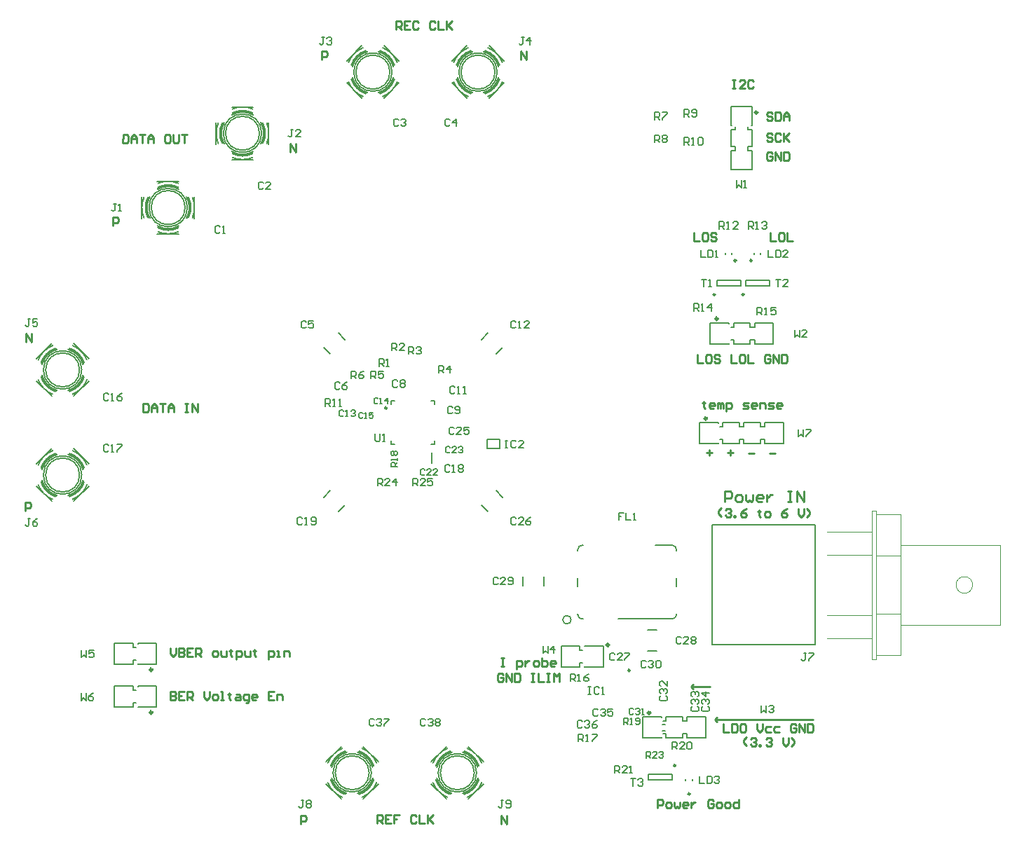
<source format=gto>
G04*
G04 #@! TF.GenerationSoftware,Altium Limited,Altium Designer,24.2.2 (26)*
G04*
G04 Layer_Color=65535*
%FSLAX26Y26*%
%MOIN*%
G70*
G04*
G04 #@! TF.SameCoordinates,46F5A5B2-6880-422F-88BA-D3FAC370E1DB*
G04*
G04*
G04 #@! TF.FilePolarity,Positive*
G04*
G01*
G75*
%ADD10C,0.011811*%
%ADD11C,0.009842*%
%ADD12C,0.011000*%
%ADD13C,0.007874*%
%ADD14C,0.000000*%
%ADD15C,0.006000*%
%ADD16C,0.010000*%
%ADD17C,0.008000*%
%ADD18C,0.007000*%
D10*
X3366414Y1988150D02*
G03*
X3366414Y1988150I-5906J0D01*
G01*
X3418231Y2461732D02*
G03*
X3418231Y2461732I-5906J0D01*
G01*
X3607264Y3442874D02*
G03*
X3607264Y3442874I-5906J0D01*
G01*
X728614Y588820D02*
G03*
X728614Y588820I-5906J0D01*
G01*
X728532Y792436D02*
G03*
X728532Y792436I-5906J0D01*
G01*
X3097026Y587472D02*
G03*
X3097026Y587472I-5906J0D01*
G01*
X2900905Y910000D02*
G03*
X2900905Y910000I-5906J0D01*
G01*
D11*
X3405751Y2576853D02*
G03*
X3405751Y2576853I-4921J0D01*
G01*
X3542761D02*
G03*
X3542761Y2576853I-4921J0D01*
G01*
X3505888Y2738810D02*
G03*
X3505888Y2738810I-4921J0D01*
G01*
X3580416Y2738813D02*
G03*
X3580416Y2738813I-4921J0D01*
G01*
X3217132Y336324D02*
G03*
X3217132Y336324I-4921J0D01*
G01*
X3286453Y201482D02*
G03*
X3286453Y201482I-4921J0D01*
G01*
X3000092Y788876D02*
G03*
X3000092Y788876I-4921J0D01*
G01*
D12*
X1844638Y2037401D02*
G03*
X1844638Y2037401I-5000J0D01*
G01*
X3451021Y1590979D02*
X3451117Y1640963D01*
X3476109Y1640915D01*
X3484424Y1632568D01*
X3484392Y1615907D01*
X3476045Y1607592D01*
X3451053Y1607640D01*
X3509335Y1590867D02*
X3525997Y1590835D01*
X3534343Y1599149D01*
X3534375Y1615811D01*
X3526061Y1624157D01*
X3509399Y1624189D01*
X3501053Y1615875D01*
X3501021Y1599213D01*
X3509335Y1590867D01*
X3551052Y1624110D02*
X3551005Y1599118D01*
X3559319Y1590771D01*
X3567666Y1599085D01*
X3575980Y1590739D01*
X3584327Y1599053D01*
X3584375Y1624045D01*
X3625964Y1590643D02*
X3609303Y1590675D01*
X3600988Y1599022D01*
X3601020Y1615683D01*
X3609367Y1623997D01*
X3626028Y1623966D01*
X3634343Y1615619D01*
X3634327Y1607288D01*
X3601004Y1607352D01*
X3651020Y1623918D02*
X3650956Y1590595D01*
X3650988Y1607256D01*
X3659334Y1615571D01*
X3667681Y1623886D01*
X3676012Y1623870D01*
X3751019Y1640387D02*
X3767681Y1640355D01*
X3759350Y1640371D01*
X3759254Y1590387D01*
X3750923Y1590403D01*
X3767585Y1590371D01*
X3792577Y1590323D02*
X3792672Y1640307D01*
X3825899Y1590259D01*
X3825995Y1640243D01*
D13*
X2720229Y1029820D02*
G03*
X2720229Y1029820I-19685J0D01*
G01*
X2752443Y1053599D02*
G03*
X2772128Y1033914I19685J0D01*
G01*
Y1384307D02*
G03*
X2752443Y1364622I0J-19685D01*
G01*
X3201262Y1033914D02*
G03*
X3220947Y1053599I0J19685D01*
G01*
Y1364622D02*
G03*
X3201262Y1384307I-19685J0D01*
G01*
X1108732Y3229229D02*
G03*
X1206231Y3229229I48750J115102D01*
G01*
X1109034Y3247751D02*
G03*
X1205929Y3247751I48447J96580D01*
G01*
X1108429Y3251137D02*
G03*
X1206534Y3251137I49052J93194D01*
G01*
X1106706Y3257496D02*
G03*
X1208257Y3257496I50776J86835D01*
G01*
X1244317Y3293556D02*
G03*
X1244317Y3395107I-86835J50776D01*
G01*
X1250676Y3295279D02*
G03*
X1250676Y3393383I-93194J49052D01*
G01*
X1254061Y3295884D02*
G03*
X1254061Y3392779I-96580J48447D01*
G01*
X1272583Y3295581D02*
G03*
X1272583Y3393081I-115102J48750D01*
G01*
X1208257Y3431166D02*
G03*
X1106706Y3431166I-50776J-86835D01*
G01*
X1206534Y3437525D02*
G03*
X1108429Y3437525I-49052J-93194D01*
G01*
X1205929Y3440911D02*
G03*
X1109034Y3440911I-48447J-96580D01*
G01*
X1206231Y3459433D02*
G03*
X1108732Y3459433I-48750J-115102D01*
G01*
X1042380Y3393081D02*
G03*
X1042380Y3295581I115102J-48750D01*
G01*
X1060902Y3392779D02*
G03*
X1060902Y3295884I96580J-48447D01*
G01*
X1064288Y3393383D02*
G03*
X1064288Y3295279I93194J-49052D01*
G01*
X1070647Y3395107D02*
G03*
X1070647Y3293556I86835J-50776D01*
G01*
X1248623Y3344331D02*
G03*
X1248623Y3344331I-91142J0D01*
G01*
X1238190D02*
G03*
X1238190Y3344331I-80709J0D01*
G01*
X755178Y2875676D02*
G03*
X852678Y2875676I48750J115102D01*
G01*
X755481Y2894198D02*
G03*
X852376Y2894198I48447J96580D01*
G01*
X754876Y2897584D02*
G03*
X852980Y2897584I49052J93194D01*
G01*
X753153Y2903943D02*
G03*
X854704Y2903943I50776J86835D01*
G01*
X890763Y2940002D02*
G03*
X890763Y3041553I-86835J50776D01*
G01*
X897122Y2941726D02*
G03*
X897122Y3039830I-93194J49052D01*
G01*
X900508Y2942330D02*
G03*
X900508Y3039225I-96580J48447D01*
G01*
X919030Y2942028D02*
G03*
X919030Y3039528I-115102J48750D01*
G01*
X854704Y3077613D02*
G03*
X753153Y3077613I-50776J-86835D01*
G01*
X852980Y3083972D02*
G03*
X754876Y3083972I-49052J-93194D01*
G01*
X852376Y3087358D02*
G03*
X755481Y3087358I-48447J-96580D01*
G01*
X852678Y3105880D02*
G03*
X755178Y3105880I-48750J-115102D01*
G01*
X688826Y3039528D02*
G03*
X688826Y2942028I115102J-48750D01*
G01*
X707348Y3039225D02*
G03*
X707348Y2942330I96580J-48447D01*
G01*
X710734Y3039830D02*
G03*
X710734Y2941726I93194J-49052D01*
G01*
X717093Y3041553D02*
G03*
X717093Y2940002I86835J-50776D01*
G01*
X895070Y2990778D02*
G03*
X895070Y2990778I-91142J0D01*
G01*
X884637D02*
G03*
X884637Y2990778I-80709J0D01*
G01*
X2294994Y348690D02*
G03*
X2226052Y417633I-115861J-46918D01*
G01*
X2281684Y335807D02*
G03*
X2213169Y404322I-102550J-34035D01*
G01*
X2279717Y332985D02*
G03*
X2210347Y402355I-100583J-31213D01*
G01*
X2276439Y327270D02*
G03*
X2204632Y399077I-97305J-25498D01*
G01*
X2153636D02*
G03*
X2081829Y327270I25498J-97305D01*
G01*
X2147921Y402355D02*
G03*
X2078550Y332985I31213J-100583D01*
G01*
X2145099Y404322D02*
G03*
X2076584Y335807I34035J-102550D01*
G01*
X2132216Y417633D02*
G03*
X2063273Y348690I46918J-115861D01*
G01*
X2081829Y276274D02*
G03*
X2153636Y204467I97305J25498D01*
G01*
X2078550Y270559D02*
G03*
X2147921Y201189I100583J31213D01*
G01*
X2076584Y267737D02*
G03*
X2145099Y199222I102550J34035D01*
G01*
X2063273Y254854D02*
G03*
X2132216Y185911I115861J46918D01*
G01*
X2226052D02*
G03*
X2294994Y254854I-46918J115861D01*
G01*
X2213169Y199222D02*
G03*
X2281684Y267737I-34035J102550D01*
G01*
X2210347Y201189D02*
G03*
X2279717Y270559I-31213J100583D01*
G01*
X2204632Y204467D02*
G03*
X2276439Y276274I-25498J97305D01*
G01*
X2270276Y301772D02*
G03*
X2270276Y301772I-91142J0D01*
G01*
X2259843D02*
G03*
X2259843Y301772I-80709J0D01*
G01*
X1726052Y185911D02*
G03*
X1794995Y254854I-46918J115861D01*
G01*
X1713169Y199222D02*
G03*
X1781684Y267737I-34035J102550D01*
G01*
X1710347Y201189D02*
G03*
X1779717Y270559I-31213J100583D01*
G01*
X1704632Y204467D02*
G03*
X1776439Y276274I-25498J97305D01*
G01*
Y327270D02*
G03*
X1704632Y399077I-97305J-25498D01*
G01*
X1779717Y332985D02*
G03*
X1710347Y402355I-100583J-31213D01*
G01*
X1781684Y335807D02*
G03*
X1713169Y404322I-102550J-34035D01*
G01*
X1794995Y348690D02*
G03*
X1726052Y417633I-115861J-46918D01*
G01*
X1653636Y399077D02*
G03*
X1581829Y327270I25498J-97305D01*
G01*
X1647921Y402355D02*
G03*
X1578551Y332985I31213J-100583D01*
G01*
X1645099Y404322D02*
G03*
X1576584Y335807I34035J-102550D01*
G01*
X1632216Y417633D02*
G03*
X1563273Y348690I46918J-115861D01*
G01*
Y254854D02*
G03*
X1632216Y185911I115861J46918D01*
G01*
X1576584Y267737D02*
G03*
X1645099Y199222I102550J34035D01*
G01*
X1578551Y270559D02*
G03*
X1647921Y201189I100583J31213D01*
G01*
X1581829Y276274D02*
G03*
X1653636Y204467I97305J25498D01*
G01*
X1770275Y301772D02*
G03*
X1770275Y301772I-91142J0D01*
G01*
X1759842D02*
G03*
X1759842Y301772I-80709J0D01*
G01*
X382481Y1718504D02*
G03*
X382481Y1718504I-80709J0D01*
G01*
X392914D02*
G03*
X392914Y1718504I-91142J0D01*
G01*
X276274Y1815809D02*
G03*
X204467Y1744002I25498J-97305D01*
G01*
X270559Y1819087D02*
G03*
X201189Y1749717I31213J-100583D01*
G01*
X267737Y1821054D02*
G03*
X199222Y1752539I34035J-102550D01*
G01*
X254854Y1834365D02*
G03*
X185911Y1765422I46918J-115861D01*
G01*
X417633D02*
G03*
X348690Y1834365I-115861J-46918D01*
G01*
X404322Y1752539D02*
G03*
X335807Y1821054I-102550J-34035D01*
G01*
X402355Y1749717D02*
G03*
X332985Y1819087I-100583J-31213D01*
G01*
X399077Y1744002D02*
G03*
X327270Y1815809I-97305J-25498D01*
G01*
X348690Y1602643D02*
G03*
X417633Y1671586I-46918J115861D01*
G01*
X335807Y1615954D02*
G03*
X404322Y1684469I-34035J102550D01*
G01*
X332985Y1617921D02*
G03*
X402355Y1687291I-31213J100583D01*
G01*
X327270Y1621199D02*
G03*
X399077Y1693006I-25498J97305D01*
G01*
X204467D02*
G03*
X276274Y1621199I97305J25498D01*
G01*
X201189Y1687291D02*
G03*
X270559Y1617921I100583J31213D01*
G01*
X199222Y1684469D02*
G03*
X267737Y1615954I102550J34035D01*
G01*
X185911Y1671586D02*
G03*
X254854Y1602643I115861J46918D01*
G01*
X382481Y2218504D02*
G03*
X382481Y2218504I-80709J0D01*
G01*
X392914D02*
G03*
X392914Y2218504I-91142J0D01*
G01*
X399077Y2244002D02*
G03*
X327270Y2315809I-97305J-25498D01*
G01*
X402355Y2249717D02*
G03*
X332985Y2319087I-100583J-31213D01*
G01*
X404322Y2252539D02*
G03*
X335807Y2321054I-102550J-34035D01*
G01*
X417633Y2265422D02*
G03*
X348690Y2334365I-115861J-46918D01*
G01*
Y2102643D02*
G03*
X417633Y2171586I-46918J115861D01*
G01*
X335807Y2115954D02*
G03*
X404322Y2184469I-34035J102550D01*
G01*
X332985Y2117921D02*
G03*
X402355Y2187291I-31213J100583D01*
G01*
X327270Y2121199D02*
G03*
X399077Y2193006I-25498J97305D01*
G01*
X185911Y2171586D02*
G03*
X254854Y2102643I115861J46918D01*
G01*
X199222Y2184469D02*
G03*
X267737Y2115954I102550J34035D01*
G01*
X201189Y2187291D02*
G03*
X270559Y2117921I100583J31213D01*
G01*
X204467Y2193006D02*
G03*
X276274Y2121199I97305J25498D01*
G01*
Y2315809D02*
G03*
X204467Y2244002I25498J-97305D01*
G01*
X270559Y2319087D02*
G03*
X201189Y2249717I31213J-100583D01*
G01*
X267737Y2321054D02*
G03*
X199222Y2252539I34035J-102550D01*
G01*
X254854Y2334365D02*
G03*
X185911Y2265422I46918J-115861D01*
G01*
X1661698Y3588318D02*
G03*
X1730641Y3519375I115861J46918D01*
G01*
X1675009Y3601201D02*
G03*
X1743524Y3532686I102550J34035D01*
G01*
X1676976Y3604023D02*
G03*
X1746346Y3534653I100583J31213D01*
G01*
X1680254Y3609738D02*
G03*
X1752061Y3537931I97305J25498D01*
G01*
X1803057D02*
G03*
X1874864Y3609738I-25498J97305D01*
G01*
X1808772Y3534653D02*
G03*
X1878142Y3604023I-31213J100583D01*
G01*
X1811594Y3532686D02*
G03*
X1880109Y3601201I-34035J102550D01*
G01*
X1824477Y3519375D02*
G03*
X1893420Y3588318I-46918J115861D01*
G01*
X1874864Y3660734D02*
G03*
X1803057Y3732541I-97305J-25498D01*
G01*
X1878142Y3666449D02*
G03*
X1808772Y3735819I-100583J-31213D01*
G01*
X1880109Y3669271D02*
G03*
X1811594Y3737786I-102550J-34035D01*
G01*
X1893420Y3682154D02*
G03*
X1824477Y3751097I-115861J-46918D01*
G01*
X1730641D02*
G03*
X1661698Y3682154I46918J-115861D01*
G01*
X1743524Y3737786D02*
G03*
X1675009Y3669271I34035J-102550D01*
G01*
X1746346Y3735819D02*
G03*
X1676976Y3666449I31213J-100583D01*
G01*
X1752061Y3732541D02*
G03*
X1680254Y3660734I25498J-97305D01*
G01*
X1868701Y3635236D02*
G03*
X1868701Y3635236I-91142J0D01*
G01*
X1858268D02*
G03*
X1858268Y3635236I-80709J0D01*
G01*
X2358268D02*
G03*
X2358268Y3635236I-80709J0D01*
G01*
X2368701D02*
G03*
X2368701Y3635236I-91142J0D01*
G01*
X2374864Y3660734D02*
G03*
X2303057Y3732541I-97305J-25498D01*
G01*
X2378142Y3666449D02*
G03*
X2308772Y3735819I-100583J-31213D01*
G01*
X2380109Y3669271D02*
G03*
X2311594Y3737786I-102550J-34035D01*
G01*
X2393420Y3682154D02*
G03*
X2324477Y3751097I-115861J-46918D01*
G01*
Y3519375D02*
G03*
X2393420Y3588318I-46918J115861D01*
G01*
X2311594Y3532686D02*
G03*
X2380109Y3601201I-34035J102550D01*
G01*
X2308772Y3534653D02*
G03*
X2378142Y3604023I-31213J100583D01*
G01*
X2303057Y3537931D02*
G03*
X2374864Y3609738I-25498J97305D01*
G01*
X2161698Y3588318D02*
G03*
X2230641Y3519375I115861J46918D01*
G01*
X2175009Y3601201D02*
G03*
X2243524Y3532686I102550J34035D01*
G01*
X2176976Y3604023D02*
G03*
X2246346Y3534653I100583J31213D01*
G01*
X2180254Y3609738D02*
G03*
X2252061Y3537931I97305J25498D01*
G01*
Y3732541D02*
G03*
X2180254Y3660734I25498J-97305D01*
G01*
X2246346Y3735819D02*
G03*
X2176976Y3666449I31213J-100583D01*
G01*
X2243524Y3737786D02*
G03*
X2175009Y3669271I34035J-102550D01*
G01*
X2230641Y3751097D02*
G03*
X2161698Y3682154I46918J-115861D01*
G01*
X2320472Y1843347D02*
Y1886653D01*
Y1843347D02*
X2379528D01*
Y1886653D01*
X2320472D02*
X2379528D01*
X3420149Y1868150D02*
Y1870906D01*
X3427753Y1888150D02*
X3440867D01*
X3427753Y1948150D02*
X3440867D01*
X3330508Y1868150D02*
Y1968150D01*
Y1868150D02*
X3420149D01*
Y1965394D02*
Y1968150D01*
X3330508D02*
X3420149D01*
X3640867D02*
X3730509D01*
Y1868150D02*
Y1968150D01*
X3640867Y1868150D02*
X3730509D01*
X3640867D02*
Y1888150D01*
X3620149Y1948150D02*
X3640867D01*
X3520149D02*
X3540867D01*
X3520149Y1888150D02*
X3540867D01*
X3620149D02*
X3640867D01*
X3440867Y1968150D02*
X3520149D01*
Y1948150D02*
Y1968150D01*
X3440867Y1868150D02*
X3520149D01*
X3440867D02*
Y1888150D01*
X3540867Y1968150D02*
X3620149D01*
Y1948150D02*
Y1968150D01*
X3540867Y1868150D02*
X3620149D01*
X3540867D02*
Y1888150D01*
X3440867Y1948150D02*
Y1968150D01*
X3520149Y1868150D02*
Y1888150D01*
X3540867Y1948150D02*
Y1968150D01*
X3640867Y1948150D02*
Y1968150D01*
X3620149Y1868150D02*
Y1888150D01*
X3592687Y2341732D02*
Y2361732D01*
Y2341732D02*
X3682328D01*
X3571969Y2361732D02*
X3592687D01*
X3571969Y2341732D02*
Y2361732D01*
X3492686Y2341732D02*
X3571969D01*
X3492686D02*
Y2361732D01*
X3479570D02*
X3492685D01*
X3382326Y2341732D02*
X3471967D01*
Y2344488D01*
X3682328Y2341732D02*
Y2441732D01*
X3592687D02*
X3682328D01*
X3592687Y2421732D02*
Y2441732D01*
X3571969Y2421732D02*
X3592687D01*
X3571969D02*
Y2441732D01*
X3479570Y2421732D02*
X3492685D01*
X3382326Y2341732D02*
Y2441732D01*
X3471967D01*
X3492686D02*
X3571969D01*
X3492686Y2421732D02*
Y2441732D01*
X3471967Y2438976D02*
Y2441732D01*
X3481359Y3383233D02*
X3484115D01*
X3501359Y3362515D02*
Y3375630D01*
X3561359Y3362515D02*
Y3375630D01*
X3481359Y3472874D02*
X3581359D01*
X3481359Y3383233D02*
Y3472874D01*
X3578603Y3383233D02*
X3581359D01*
Y3472874D01*
X3561359Y3262513D02*
X3581359D01*
X3481359Y3283231D02*
X3501359D01*
X3561359Y3362513D02*
X3581359D01*
X3481359D02*
X3501359D01*
X3481359Y3283231D02*
Y3362513D01*
X3561359Y3283231D02*
X3581359D01*
Y3362513D01*
X3501359Y3262513D02*
Y3283231D01*
X3561359Y3262513D02*
Y3283231D01*
X3481359Y3262513D02*
X3501359D01*
X3481359Y3172872D02*
Y3262513D01*
Y3172872D02*
X3581359D01*
Y3262513D01*
X3412641Y2619176D02*
Y2644767D01*
X3526814D01*
Y2619176D02*
Y2644767D01*
X3412641Y2619176D02*
X3526814D01*
X3549650D02*
Y2644767D01*
X3663824D01*
Y2619176D02*
Y2644767D01*
X3549650Y2619176D02*
X3663824D01*
X3485475Y2768338D02*
Y2774244D01*
X3453979Y2768338D02*
Y2774244D01*
X3622485Y2768338D02*
Y2774244D01*
X3590989Y2768338D02*
Y2774244D01*
X659446Y613623D02*
X749087D01*
X659446D02*
Y616379D01*
Y713623D02*
X749087D01*
Y613623D02*
Y713623D01*
X638728Y633623D02*
X651843D01*
X638728Y693623D02*
X651843D01*
X659446Y710867D02*
Y713623D01*
X638726Y693623D02*
Y713623D01*
Y613623D02*
Y633623D01*
X549085Y613623D02*
X638726D01*
X549085D02*
Y713623D01*
X638726D01*
X659364Y817239D02*
X749005D01*
X659364D02*
Y819995D01*
Y917239D02*
X749005D01*
Y817239D02*
Y917239D01*
X638646Y837239D02*
X651761D01*
X638646Y897239D02*
X651761D01*
X659364Y914483D02*
Y917239D01*
X638644Y897239D02*
Y917239D01*
Y817239D02*
Y837239D01*
X549003Y817239D02*
X638644D01*
X549003D02*
Y917239D01*
X638644D01*
X3271481Y567472D02*
X3361122D01*
Y467472D02*
Y567472D01*
X3271481Y467472D02*
X3361122D01*
X3271481D02*
Y487472D01*
X3250763Y547472D02*
X3271481D01*
X3250763Y487472D02*
X3271481D01*
X3171481Y567472D02*
X3250763D01*
Y547472D02*
Y567472D01*
X3171481Y467472D02*
X3250763D01*
X3171481D02*
Y487472D01*
Y547472D02*
Y567472D01*
X3250763Y467472D02*
Y487472D01*
X3271481Y547472D02*
Y567472D01*
X3061120D02*
X3150761D01*
Y564716D02*
Y567472D01*
X3061120Y467472D02*
X3150761D01*
X3061120D02*
Y567472D01*
X3158365Y547472D02*
X3171479D01*
X3158365Y487472D02*
X3171479D01*
X3150761Y467472D02*
Y470228D01*
X3086226Y268411D02*
Y294002D01*
X3200399D01*
X3086226Y268411D02*
X3200399D01*
Y294002D01*
X3297280Y265458D02*
Y271364D01*
X3265784Y265458D02*
Y271364D01*
X3154427Y502472D02*
X3167813D01*
X3154427Y532472D02*
X3167813D01*
X3085355Y882587D02*
X3128662D01*
X3085355Y981012D02*
X3128662D01*
X2672894Y906497D02*
X2762535D01*
X2672894Y806497D02*
Y906497D01*
Y806497D02*
X2762535D01*
Y826497D01*
Y886497D02*
Y906497D01*
X2783255Y903741D02*
Y906497D01*
X2762537Y886497D02*
X2775652D01*
X2762537Y826497D02*
X2775652D01*
X2872896Y806497D02*
Y906497D01*
X2783255D02*
X2872896D01*
X2783255Y806497D02*
Y809253D01*
Y806497D02*
X2872896D01*
X3220947Y1053599D02*
Y1059504D01*
Y1189425D02*
Y1228796D01*
X3121340Y1384307D02*
X3201262D01*
X2752443Y1358717D02*
Y1364622D01*
Y1189425D02*
Y1228796D01*
X2772128Y1033914D02*
X2778820D01*
X2772128Y1384307D02*
X2778820D01*
X2752443Y1053599D02*
Y1059504D01*
X2944175Y1033914D02*
X3201262D01*
X3220947Y1358717D02*
Y1364622D01*
X2492280Y1191273D02*
Y1234580D01*
X2590705Y1191273D02*
Y1234580D01*
X3389764Y910067D02*
X3880709D01*
X3389764Y1480934D02*
X3880709D01*
X3389764Y910067D02*
Y1480934D01*
X3880709Y910067D02*
Y1480934D01*
X1282482Y3292849D02*
Y3395814D01*
X1032482Y3292849D02*
Y3395814D01*
X1105999Y3469331D02*
X1208964D01*
X1105999Y3219331D02*
X1208964D01*
X928928Y2939296D02*
Y3042260D01*
X678928Y2939296D02*
Y3042260D01*
X752446Y3115778D02*
X855410D01*
X752446Y2865778D02*
X855410D01*
X2054342Y353757D02*
X2127149Y426564D01*
X2231119Y176980D02*
X2303926Y249787D01*
X2054342D02*
X2127149Y176980D01*
X2231119Y426564D02*
X2303926Y353757D01*
X1731119Y426564D02*
X1803926Y353757D01*
X1554342Y249787D02*
X1627149Y176980D01*
X1554342Y353757D02*
X1627149Y426564D01*
X1731119Y176980D02*
X1803926Y249787D01*
X176980Y1666519D02*
X249787Y1593712D01*
X353757Y1843296D02*
X426564Y1770489D01*
X176980D02*
X249787Y1843296D01*
X353757Y1593712D02*
X426564Y1666519D01*
X176980Y2270489D02*
X249787Y2343296D01*
X353757Y2093712D02*
X426564Y2166519D01*
X353757Y2343296D02*
X426564Y2270489D01*
X176980Y2166519D02*
X249787Y2093712D01*
X1829544Y3510444D02*
X1902351Y3583251D01*
X1652767Y3687221D02*
X1725574Y3760028D01*
X1829544D02*
X1902351Y3687221D01*
X1652767Y3583251D02*
X1725574Y3510444D01*
X2152767Y3687221D02*
X2225574Y3760028D01*
X2329544Y3510444D02*
X2402351Y3583251D01*
X2329544Y3760028D02*
X2402351Y3687221D01*
X2152767Y3583251D02*
X2225574Y3510444D01*
X1543469Y2323942D02*
X1574092Y2293319D01*
X1613066Y2393539D02*
X1643689Y2362916D01*
X1543469Y1613066D02*
X1574092Y1643689D01*
X1613066Y1543469D02*
X1643689Y1574092D01*
X2362916Y2293319D02*
X2393539Y2323942D01*
X2293319Y2362916D02*
X2323942Y2393539D01*
X2058609Y1774764D02*
Y1823977D01*
X2293319Y1574092D02*
X2323942Y1543469D01*
X2362916Y1643689D02*
X2393539Y1613066D01*
D14*
X4629922Y1195501D02*
G03*
X4629922Y1195501I-39370J0D01*
G01*
X3937008Y1338653D02*
X4149606D01*
X3937008Y1052348D02*
X4149606D01*
X3937008Y1448060D02*
X4149606D01*
X3937008Y942941D02*
X4149606D01*
X4759843Y1006524D02*
Y1384477D01*
X4287402Y1006524D02*
X4759843D01*
X4287402Y1384477D02*
X4759843D01*
X4149606Y841170D02*
Y1549831D01*
X4169292Y841170D02*
Y1549831D01*
X4149606Y841170D02*
X4169292D01*
X4149606Y1549831D02*
X4169292D01*
Y860855D02*
X4287402D01*
Y1530146D01*
X4169292Y1056886D02*
X4287402D01*
X4169292Y1334115D02*
X4287402D01*
X4169292Y1530146D02*
X4287402D01*
D15*
X2072004Y2055501D02*
Y2072004D01*
X2055501D02*
X2072004D01*
Y1865004D02*
Y1881506D01*
X2055501Y1865004D02*
X2072004D01*
X1865004Y2072004D02*
X1881506D01*
X1865004Y2055501D02*
Y2072004D01*
Y1865004D02*
X1881506D01*
X1865004D02*
Y1881506D01*
X1802288Y2080639D02*
X1797790Y2085137D01*
X1788793D01*
X1784294Y2080639D01*
Y2062645D01*
X1788793Y2058146D01*
X1797790D01*
X1802288Y2062645D01*
X1811285Y2058146D02*
X1820283D01*
X1815784D01*
Y2085137D01*
X1811285Y2080639D01*
X1847274Y2058146D02*
Y2085137D01*
X1833778Y2071642D01*
X1851772D01*
X1729595Y2011583D02*
X1725097Y2016082D01*
X1716099D01*
X1711601Y2011583D01*
Y1993589D01*
X1716099Y1989090D01*
X1725097D01*
X1729595Y1993589D01*
X1738592Y1989090D02*
X1747589D01*
X1743091D01*
Y2016082D01*
X1738592Y2011583D01*
X1779079Y2016082D02*
X1761085D01*
Y2002586D01*
X1770082Y2007085D01*
X1774581D01*
X1779079Y2002586D01*
Y1993589D01*
X1774581Y1989090D01*
X1765583D01*
X1761085Y1993589D01*
D16*
X3405000Y555000D02*
X3870000D01*
X3405000D02*
X3415000Y565000D01*
X3405000Y555000D02*
X3415000Y565000D01*
X3405000Y555000D02*
X3415000Y545000D01*
X3290000Y710000D02*
X3300000Y700000D01*
X3290000Y710000D02*
X3300000Y720000D01*
X3290000Y710000D02*
X3300000Y720000D01*
X3290000Y710000D02*
X3380000D01*
X3351664Y2066652D02*
Y2059987D01*
X3345000D01*
X3358329D01*
X3351664D01*
Y2039994D01*
X3358329Y2033329D01*
X3398316D02*
X3384987D01*
X3378323Y2039994D01*
Y2053323D01*
X3384987Y2059987D01*
X3398316D01*
X3404981Y2053323D01*
Y2046658D01*
X3378323D01*
X3418310Y2033329D02*
Y2059987D01*
X3424974D01*
X3431639Y2053323D01*
Y2033329D01*
Y2053323D01*
X3438303Y2059987D01*
X3444968Y2053323D01*
Y2033329D01*
X3458297Y2020000D02*
Y2059987D01*
X3478290D01*
X3484955Y2053323D01*
Y2039994D01*
X3478290Y2033329D01*
X3458297D01*
X3538271D02*
X3558265D01*
X3564929Y2039994D01*
X3558265Y2046658D01*
X3544936D01*
X3538271Y2053323D01*
X3544936Y2059987D01*
X3564929D01*
X3598252Y2033329D02*
X3584923D01*
X3578258Y2039994D01*
Y2053323D01*
X3584923Y2059987D01*
X3598252D01*
X3604916Y2053323D01*
Y2046658D01*
X3578258D01*
X3618245Y2033329D02*
Y2059987D01*
X3638239D01*
X3644903Y2053323D01*
Y2033329D01*
X3658232D02*
X3678226D01*
X3684890Y2039994D01*
X3678226Y2046658D01*
X3664897D01*
X3658232Y2053323D01*
X3664897Y2059987D01*
X3684890D01*
X3718213Y2033329D02*
X3704884D01*
X3698219Y2039994D01*
Y2053323D01*
X3704884Y2059987D01*
X3718213D01*
X3724877Y2053323D01*
Y2046658D01*
X3698219D01*
X3665000Y1820000D02*
X3691658D01*
X3565000D02*
X3591658D01*
X3465000Y1823329D02*
X3491658D01*
X3478329Y1836658D02*
Y1810000D01*
X3365000Y1823329D02*
X3391658D01*
X3378329Y1836658D02*
Y1810000D01*
X3302934Y2869965D02*
Y2829978D01*
X3329592D01*
X3362914Y2869965D02*
X3349585D01*
X3342921Y2863300D01*
Y2836642D01*
X3349585Y2829978D01*
X3362914D01*
X3369579Y2836642D01*
Y2863300D01*
X3362914Y2869965D01*
X3409566Y2863300D02*
X3402901Y2869965D01*
X3389572D01*
X3382908Y2863300D01*
Y2856636D01*
X3389572Y2849971D01*
X3402901D01*
X3409566Y2843307D01*
Y2836642D01*
X3402901Y2829978D01*
X3389572D01*
X3382908Y2836642D01*
X3669089Y2870723D02*
Y2830736D01*
X3695747D01*
X3729070Y2870723D02*
X3715741D01*
X3709076Y2864058D01*
Y2837400D01*
X3715741Y2830736D01*
X3729070D01*
X3735734Y2837400D01*
Y2864058D01*
X3729070Y2870723D01*
X3749063D02*
Y2830736D01*
X3775721D01*
X3676658Y3247023D02*
X3669994Y3253688D01*
X3656664D01*
X3650000Y3247023D01*
Y3220365D01*
X3656664Y3213701D01*
X3669994D01*
X3676658Y3220365D01*
Y3233694D01*
X3663329D01*
X3689987Y3213701D02*
Y3253688D01*
X3716645Y3213701D01*
Y3253688D01*
X3729974D02*
Y3213701D01*
X3749968D01*
X3756632Y3220365D01*
Y3247023D01*
X3749968Y3253688D01*
X3729974D01*
X3488888Y3599436D02*
X3502216Y3599410D01*
X3495552Y3599423D01*
X3495475Y3559436D01*
X3488811Y3559449D01*
X3502140Y3559423D01*
X3548791Y3559334D02*
X3522133Y3559385D01*
X3548843Y3585992D01*
X3548855Y3592656D01*
X3542204Y3599334D01*
X3528875Y3599359D01*
X3522197Y3592707D01*
X3588842Y3592579D02*
X3582191Y3599257D01*
X3568862Y3599282D01*
X3562184Y3592631D01*
X3562133Y3565973D01*
X3568785Y3559295D01*
X3582114Y3559270D01*
X3588791Y3565921D01*
X3676658Y3337023D02*
X3669994Y3343688D01*
X3656664D01*
X3650000Y3337023D01*
Y3330359D01*
X3656664Y3323694D01*
X3669994D01*
X3676658Y3317030D01*
Y3310365D01*
X3669994Y3303701D01*
X3656664D01*
X3650000Y3310365D01*
X3716645Y3337023D02*
X3709981Y3343688D01*
X3696652D01*
X3689987Y3337023D01*
Y3310365D01*
X3696652Y3303701D01*
X3709981D01*
X3716645Y3310365D01*
X3729974Y3343688D02*
Y3303701D01*
Y3317030D01*
X3756632Y3343688D01*
X3736639Y3323694D01*
X3756632Y3303701D01*
X3320369Y2293061D02*
Y2253074D01*
X3347027D01*
X3380350Y2293061D02*
X3367021D01*
X3360356Y2286397D01*
Y2259738D01*
X3367021Y2253074D01*
X3380350D01*
X3387015Y2259738D01*
Y2286397D01*
X3380350Y2293061D01*
X3427002Y2286397D02*
X3420337Y2293061D01*
X3407008D01*
X3400344Y2286397D01*
Y2279732D01*
X3407008Y2273068D01*
X3420337D01*
X3427002Y2266403D01*
Y2259738D01*
X3420337Y2253074D01*
X3407008D01*
X3400344Y2259738D01*
X3480318Y2293061D02*
Y2253074D01*
X3506976D01*
X3540298Y2293061D02*
X3526969D01*
X3520305Y2286397D01*
Y2259738D01*
X3526969Y2253074D01*
X3540298D01*
X3546963Y2259738D01*
Y2286397D01*
X3540298Y2293061D01*
X3560292D02*
Y2253074D01*
X3586950D01*
X3666924Y2286397D02*
X3660260Y2293061D01*
X3646931D01*
X3640266Y2286397D01*
Y2259738D01*
X3646931Y2253074D01*
X3660260D01*
X3666924Y2259738D01*
Y2273068D01*
X3653595D01*
X3680253Y2253074D02*
Y2293061D01*
X3706911Y2253074D01*
Y2293061D01*
X3720240D02*
Y2253074D01*
X3740234D01*
X3746898Y2259738D01*
Y2286397D01*
X3740234Y2293061D01*
X3720240D01*
X3676658Y3437023D02*
X3669994Y3443688D01*
X3656664D01*
X3650000Y3437023D01*
Y3430359D01*
X3656664Y3423694D01*
X3669994D01*
X3676658Y3417030D01*
Y3410365D01*
X3669994Y3403701D01*
X3656664D01*
X3650000Y3410365D01*
X3689987Y3443688D02*
Y3403701D01*
X3709981D01*
X3716645Y3410365D01*
Y3437023D01*
X3709981Y3443688D01*
X3689987D01*
X3729974Y3403701D02*
Y3430359D01*
X3743303Y3443688D01*
X3756632Y3430359D01*
Y3403701D01*
Y3423694D01*
X3729974D01*
X127049Y2352290D02*
Y2392277D01*
X153707Y2352290D01*
Y2392277D01*
X125822Y1547462D02*
Y1587449D01*
X145815D01*
X152480Y1580784D01*
Y1567455D01*
X145815Y1560791D01*
X125822D01*
X540494Y2904355D02*
Y2944342D01*
X560488D01*
X567152Y2937677D01*
Y2924348D01*
X560488Y2917684D01*
X540494D01*
X1382897Y3255795D02*
Y3295782D01*
X1409555Y3255795D01*
Y3295782D01*
X1532950Y3695424D02*
Y3735411D01*
X1552944D01*
X1559608Y3728746D01*
Y3715417D01*
X1552944Y3708753D01*
X1532950D01*
X2481970Y3695424D02*
Y3735411D01*
X2508628Y3695424D01*
Y3735411D01*
X2386030Y58983D02*
Y98970D01*
X2412688Y58983D01*
Y98970D01*
X1435313Y58983D02*
Y98970D01*
X1455307D01*
X1461972Y92305D01*
Y78976D01*
X1455307Y72312D01*
X1435313D01*
X2398838Y766904D02*
X2392173Y773569D01*
X2378845D01*
X2372180Y766904D01*
Y740246D01*
X2378845Y733582D01*
X2392173D01*
X2398838Y740246D01*
Y753575D01*
X2385509D01*
X2412167Y733582D02*
Y773569D01*
X2438825Y733582D01*
Y773569D01*
X2452154D02*
Y733582D01*
X2472148D01*
X2478812Y740246D01*
Y766904D01*
X2472148Y773569D01*
X2452154D01*
X2532128D02*
X2545457D01*
X2538793D01*
Y733582D01*
X2532128D01*
X2545457D01*
X2565451Y773569D02*
Y733582D01*
X2592109D01*
X2605438Y773569D02*
X2618767D01*
X2612103D01*
Y733582D01*
X2605438D01*
X2618767D01*
X2638761D02*
Y773569D01*
X2652090Y760240D01*
X2665419Y773569D01*
Y733582D01*
X3553348Y429955D02*
X3540045Y443310D01*
X3540070Y456639D01*
X3553425Y469942D01*
X3573406Y463239D02*
X3580083Y469891D01*
X3593412Y469865D01*
X3600064Y463188D01*
X3600051Y456524D01*
X3593374Y449872D01*
X3586709Y449885D01*
X3593374Y449872D01*
X3600025Y443195D01*
X3600012Y436530D01*
X3593335Y429878D01*
X3580006Y429904D01*
X3573354Y436581D01*
X3613329Y429840D02*
X3613341Y436505D01*
X3620006Y436492D01*
X3619993Y429827D01*
X3613329Y429840D01*
X3646715Y463099D02*
X3653392Y469750D01*
X3666721Y469725D01*
X3673373Y463048D01*
X3673360Y456383D01*
X3666683Y449731D01*
X3660019Y449744D01*
X3666683Y449731D01*
X3673335Y443054D01*
X3673322Y436389D01*
X3666645Y429738D01*
X3653316Y429763D01*
X3646664Y436441D01*
X3726702Y469610D02*
X3726651Y442952D01*
X3739954Y429597D01*
X3753309Y442900D01*
X3753360Y469558D01*
X3766612Y429546D02*
X3779967Y442849D01*
X3779992Y456178D01*
X3766689Y469533D01*
X3433348Y1519955D02*
X3420045Y1533310D01*
X3420070Y1546639D01*
X3433425Y1559942D01*
X3453406Y1553239D02*
X3460083Y1559891D01*
X3473412Y1559866D01*
X3480064Y1553188D01*
X3480051Y1546524D01*
X3473374Y1539872D01*
X3466709Y1539885D01*
X3473374Y1539872D01*
X3480025Y1533195D01*
X3480012Y1526530D01*
X3473335Y1519879D01*
X3460006Y1519904D01*
X3453354Y1526581D01*
X3493329Y1519840D02*
X3493342Y1526505D01*
X3500006Y1526492D01*
X3499993Y1519827D01*
X3493329Y1519840D01*
X3553386Y1559712D02*
X3540044Y1553073D01*
X3526690Y1539770D01*
X3526664Y1526441D01*
X3533316Y1519763D01*
X3546645Y1519738D01*
X3553322Y1526389D01*
X3553335Y1533054D01*
X3546683Y1539731D01*
X3526690Y1539770D01*
X3613354Y1552932D02*
X3613341Y1546268D01*
X3606677Y1546281D01*
X3620006Y1546255D01*
X3613341Y1546268D01*
X3613303Y1526274D01*
X3619954Y1519597D01*
X3646612Y1519546D02*
X3659941Y1519520D01*
X3666619Y1526172D01*
X3666644Y1539501D01*
X3659992Y1546178D01*
X3646664Y1546204D01*
X3639986Y1539552D01*
X3639961Y1526223D01*
X3646612Y1519546D01*
X3746657Y1559341D02*
X3733315Y1552702D01*
X3719960Y1539399D01*
X3719935Y1526070D01*
X3726586Y1519392D01*
X3739915Y1519367D01*
X3746593Y1526018D01*
X3746606Y1532683D01*
X3739954Y1539360D01*
X3719960Y1539399D01*
X3799973Y1559239D02*
X3799922Y1532581D01*
X3813225Y1519226D01*
X3826579Y1532529D01*
X3826631Y1559188D01*
X3839883Y1519175D02*
X3853238Y1532478D01*
X3853263Y1545807D01*
X3839960Y1559162D01*
X683970Y2059734D02*
X683893Y2019747D01*
X703887Y2019709D01*
X710564Y2026361D01*
X710615Y2053019D01*
X703963Y2059696D01*
X683970Y2059734D01*
X723880Y2019671D02*
X723932Y2046329D01*
X737286Y2059632D01*
X750589Y2046277D01*
X750538Y2019620D01*
X750577Y2039613D01*
X723919Y2039664D01*
X763944Y2059581D02*
X790602Y2059530D01*
X777273Y2059555D01*
X777196Y2019568D01*
X803854Y2019517D02*
X803905Y2046175D01*
X817260Y2059479D01*
X830563Y2046124D01*
X830512Y2019466D01*
X830551Y2039459D01*
X803893Y2039511D01*
X883905Y2059351D02*
X897234Y2059325D01*
X890570Y2059338D01*
X890493Y2019351D01*
X883828Y2019364D01*
X897157Y2019338D01*
X917151Y2019300D02*
X917228Y2059287D01*
X943809Y2019248D01*
X943886Y2059235D01*
X589221Y3339361D02*
X589144Y3299374D01*
X609137Y3299336D01*
X615815Y3305988D01*
X615866Y3332646D01*
X609214Y3339323D01*
X589221Y3339361D01*
X629131Y3299298D02*
X629182Y3325956D01*
X642537Y3339259D01*
X655840Y3325904D01*
X655789Y3299247D01*
X655827Y3319240D01*
X629169Y3319291D01*
X669195Y3339208D02*
X695853Y3339157D01*
X682524Y3339182D01*
X682447Y3299195D01*
X709105Y3299144D02*
X709156Y3325802D01*
X722511Y3339106D01*
X735814Y3325751D01*
X735763Y3299093D01*
X735801Y3319086D01*
X709143Y3319138D01*
X809149Y3338939D02*
X795820Y3338965D01*
X789143Y3332313D01*
X789092Y3305655D01*
X795744Y3298978D01*
X809072Y3298952D01*
X815750Y3305604D01*
X815801Y3332262D01*
X809149Y3338939D01*
X829143Y3338901D02*
X829079Y3305578D01*
X835731Y3298901D01*
X849059Y3298876D01*
X855737Y3305527D01*
X855801Y3338850D01*
X869130Y3338824D02*
X895788Y3338773D01*
X882459Y3338799D01*
X882382Y3298811D01*
X1886989Y3837496D02*
X1887066Y3877483D01*
X1907060Y3877445D01*
X1913711Y3870767D01*
X1913686Y3857438D01*
X1907008Y3850787D01*
X1887015Y3850825D01*
X1900344Y3850799D02*
X1913647Y3837445D01*
X1953711Y3877355D02*
X1927053Y3877406D01*
X1926976Y3837419D01*
X1953634Y3837368D01*
X1927015Y3857413D02*
X1940344Y3857387D01*
X1993685Y3870614D02*
X1987034Y3877291D01*
X1973705Y3877317D01*
X1967027Y3870665D01*
X1966976Y3844007D01*
X1973628Y3837330D01*
X1986957Y3837304D01*
X1993634Y3843956D01*
X2073659Y3870460D02*
X2067008Y3877138D01*
X2053679Y3877163D01*
X2047002Y3870512D01*
X2046950Y3843854D01*
X2053602Y3837176D01*
X2066931Y3837151D01*
X2073608Y3843802D01*
X2087001Y3877099D02*
X2086925Y3837112D01*
X2113582Y3837061D01*
X2126988Y3877023D02*
X2126912Y3837035D01*
X2126937Y3850364D01*
X2153646Y3876971D01*
X2133614Y3857016D01*
X2153570Y3836984D01*
X1797218Y60954D02*
Y100941D01*
X1817211D01*
X1823876Y94277D01*
Y80948D01*
X1817211Y74283D01*
X1797218D01*
X1810547D02*
X1823876Y60954D01*
X1863863Y100941D02*
X1837205D01*
Y60954D01*
X1863863D01*
X1837205Y80948D02*
X1850534D01*
X1903850Y100941D02*
X1877192D01*
Y80948D01*
X1890521D01*
X1877192D01*
Y60954D01*
X1983824Y94277D02*
X1977160Y100941D01*
X1963831D01*
X1957166Y94277D01*
Y67619D01*
X1963831Y60954D01*
X1977160D01*
X1983824Y67619D01*
X1997153Y100941D02*
Y60954D01*
X2023812D01*
X2037141Y100941D02*
Y60954D01*
Y74283D01*
X2063799Y100941D01*
X2043805Y80948D01*
X2063799Y60954D01*
X3132499Y136198D02*
Y176185D01*
X3152493D01*
X3159157Y169521D01*
Y156192D01*
X3152493Y149527D01*
X3132499D01*
X3179151Y136198D02*
X3192480D01*
X3199144Y142863D01*
Y156192D01*
X3192480Y162856D01*
X3179151D01*
X3172486Y156192D01*
Y142863D01*
X3179151Y136198D01*
X3212474Y162856D02*
Y142863D01*
X3219138Y136198D01*
X3225803Y142863D01*
X3232467Y136198D01*
X3239132Y142863D01*
Y162856D01*
X3272454Y136198D02*
X3259125D01*
X3252461Y142863D01*
Y156192D01*
X3259125Y162856D01*
X3272454D01*
X3279119Y156192D01*
Y149527D01*
X3252461D01*
X3292448Y162856D02*
Y136198D01*
Y149527D01*
X3299112Y156192D01*
X3305777Y162856D01*
X3312441D01*
X3399080Y169521D02*
X3392416Y176185D01*
X3379086D01*
X3372422Y169521D01*
Y142863D01*
X3379086Y136198D01*
X3392416D01*
X3399080Y142863D01*
Y156192D01*
X3385751D01*
X3419074Y136198D02*
X3432403D01*
X3439067Y142863D01*
Y156192D01*
X3432403Y162856D01*
X3419074D01*
X3412409Y156192D01*
Y142863D01*
X3419074Y136198D01*
X3459061D02*
X3472390D01*
X3479054Y142863D01*
Y156192D01*
X3472390Y162856D01*
X3459061D01*
X3452396Y156192D01*
Y142863D01*
X3459061Y136198D01*
X3519041Y176185D02*
Y136198D01*
X3499048D01*
X3492383Y142863D01*
Y156192D01*
X3499048Y162856D01*
X3519041D01*
X3444170Y534238D02*
Y494251D01*
X3470828D01*
X3484157Y534238D02*
Y494251D01*
X3504150D01*
X3510815Y500916D01*
Y527574D01*
X3504150Y534238D01*
X3484157D01*
X3544137D02*
X3530808D01*
X3524144Y527574D01*
Y500916D01*
X3530808Y494251D01*
X3544137D01*
X3550802Y500916D01*
Y527574D01*
X3544137Y534238D01*
X3604118D02*
Y507580D01*
X3617447Y494251D01*
X3630776Y507580D01*
Y534238D01*
X3670763Y520909D02*
X3650770D01*
X3644105Y514245D01*
Y500916D01*
X3650770Y494251D01*
X3670763D01*
X3710750Y520909D02*
X3690757D01*
X3684092Y514245D01*
Y500916D01*
X3690757Y494251D01*
X3710750D01*
X3790724Y527574D02*
X3784060Y534238D01*
X3770731D01*
X3764066Y527574D01*
Y500916D01*
X3770731Y494251D01*
X3784060D01*
X3790724Y500916D01*
Y514245D01*
X3777395D01*
X3804053Y494251D02*
Y534238D01*
X3830711Y494251D01*
Y534238D01*
X3844041D02*
Y494251D01*
X3864034D01*
X3870699Y500916D01*
Y527574D01*
X3864034Y534238D01*
X3844041D01*
X2387299Y847373D02*
X2400628D01*
X2393963D01*
Y807386D01*
X2387299D01*
X2400628D01*
X2460609Y794057D02*
Y834044D01*
X2480602D01*
X2487267Y827380D01*
Y814051D01*
X2480602Y807386D01*
X2460609D01*
X2500596Y834044D02*
Y807386D01*
Y820715D01*
X2507260Y827380D01*
X2513925Y834044D01*
X2520589D01*
X2547247Y807386D02*
X2560576D01*
X2567241Y814051D01*
Y827380D01*
X2560576Y834044D01*
X2547247D01*
X2540583Y827380D01*
Y814051D01*
X2547247Y807386D01*
X2580570Y847373D02*
Y807386D01*
X2600564D01*
X2607228Y814051D01*
Y820715D01*
Y827380D01*
X2600564Y834044D01*
X2580570D01*
X2640551Y807386D02*
X2627222D01*
X2620557Y814051D01*
Y827380D01*
X2627222Y834044D01*
X2640551D01*
X2647215Y827380D01*
Y820715D01*
X2620557D01*
X814481Y688921D02*
Y648934D01*
X834474D01*
X841139Y655599D01*
Y662263D01*
X834474Y668928D01*
X814481D01*
X834474D01*
X841139Y675592D01*
Y682257D01*
X834474Y688921D01*
X814481D01*
X881126D02*
X854468D01*
Y648934D01*
X881126D01*
X854468Y668928D02*
X867797D01*
X894455Y648934D02*
Y688921D01*
X914448D01*
X921113Y682257D01*
Y668928D01*
X914448Y662263D01*
X894455D01*
X907784D02*
X921113Y648934D01*
X974429Y688921D02*
Y662263D01*
X987758Y648934D01*
X1001087Y662263D01*
Y688921D01*
X1021081Y648934D02*
X1034410D01*
X1041074Y655599D01*
Y668928D01*
X1034410Y675592D01*
X1021081D01*
X1014416Y668928D01*
Y655599D01*
X1021081Y648934D01*
X1054403D02*
X1067732D01*
X1061068D01*
Y688921D01*
X1054403D01*
X1094390Y682257D02*
Y675592D01*
X1087726D01*
X1101055D01*
X1094390D01*
Y655599D01*
X1101055Y648934D01*
X1127713Y675592D02*
X1141042D01*
X1147707Y668928D01*
Y648934D01*
X1127713D01*
X1121049Y655599D01*
X1127713Y662263D01*
X1147707D01*
X1174365Y635605D02*
X1181029D01*
X1187694Y642270D01*
Y675592D01*
X1167700D01*
X1161036Y668928D01*
Y655599D01*
X1167700Y648934D01*
X1187694D01*
X1221016D02*
X1207687D01*
X1201023Y655599D01*
Y668928D01*
X1207687Y675592D01*
X1221016D01*
X1227681Y668928D01*
Y662263D01*
X1201023D01*
X1307655Y688921D02*
X1280997D01*
Y648934D01*
X1307655D01*
X1280997Y668928D02*
X1294326D01*
X1320984Y648934D02*
Y675592D01*
X1340978D01*
X1347642Y668928D01*
Y648934D01*
X813234Y894665D02*
Y868007D01*
X826563Y854678D01*
X839892Y868007D01*
Y894665D01*
X853221D02*
Y854678D01*
X873214D01*
X879879Y861343D01*
Y868007D01*
X873214Y874672D01*
X853221D01*
X873214D01*
X879879Y881336D01*
Y888001D01*
X873214Y894665D01*
X853221D01*
X919866D02*
X893208D01*
Y854678D01*
X919866D01*
X893208Y874672D02*
X906537D01*
X933195Y854678D02*
Y894665D01*
X953189D01*
X959853Y888001D01*
Y874672D01*
X953189Y868007D01*
X933195D01*
X946524D02*
X959853Y854678D01*
X1019834D02*
X1033163D01*
X1039827Y861343D01*
Y874672D01*
X1033163Y881336D01*
X1019834D01*
X1013169Y874672D01*
Y861343D01*
X1019834Y854678D01*
X1053156Y881336D02*
Y861343D01*
X1059821Y854678D01*
X1079814D01*
Y881336D01*
X1099808Y888001D02*
Y881336D01*
X1093143D01*
X1106473D01*
X1099808D01*
Y861343D01*
X1106473Y854678D01*
X1126466Y841349D02*
Y881336D01*
X1146460D01*
X1153124Y874672D01*
Y861343D01*
X1146460Y854678D01*
X1126466D01*
X1166453Y881336D02*
Y861343D01*
X1173118Y854678D01*
X1193111D01*
Y881336D01*
X1213105Y888001D02*
Y881336D01*
X1206440D01*
X1219769D01*
X1213105D01*
Y861343D01*
X1219769Y854678D01*
X1279750Y841349D02*
Y881336D01*
X1299744D01*
X1306408Y874672D01*
Y861343D01*
X1299744Y854678D01*
X1279750D01*
X1319737D02*
X1333066D01*
X1326402D01*
Y881336D01*
X1319737D01*
X1353060Y854678D02*
Y881336D01*
X1373053D01*
X1379718Y874672D01*
Y854678D01*
D17*
X3801351Y1935644D02*
Y1900655D01*
X3813014Y1912318D01*
X3824677Y1900655D01*
Y1935644D01*
X3836340D02*
X3859666D01*
Y1929812D01*
X3836340Y1906487D01*
Y1900655D01*
X2406264Y1882494D02*
X2417927D01*
X2412096D01*
Y1847506D01*
X2406264D01*
X2417927D01*
X2458747Y1876663D02*
X2452916Y1882494D01*
X2441253D01*
X2435421Y1876663D01*
Y1853337D01*
X2441253Y1847506D01*
X2452916D01*
X2458747Y1853337D01*
X2493736Y1847506D02*
X2470410D01*
X2493736Y1870832D01*
Y1876663D01*
X2487904Y1882494D01*
X2476242D01*
X2470410Y1876663D01*
X1968394Y1667284D02*
Y1702272D01*
X1985889D01*
X1991720Y1696441D01*
Y1684778D01*
X1985889Y1678947D01*
X1968394D01*
X1980057D02*
X1991720Y1667284D01*
X2026709D02*
X2003383D01*
X2026709Y1690609D01*
Y1696441D01*
X2020877Y1702272D01*
X2009214D01*
X2003383Y1696441D01*
X2061698Y1702272D02*
X2038372D01*
Y1684778D01*
X2050035Y1690609D01*
X2055866D01*
X2061698Y1684778D01*
Y1673115D01*
X2055866Y1667284D01*
X2044203D01*
X2038372Y1673115D01*
X1800137Y1666621D02*
Y1701610D01*
X1817631D01*
X1823462Y1695778D01*
Y1684115D01*
X1817631Y1678284D01*
X1800137D01*
X1811800D02*
X1823462Y1666621D01*
X1858451D02*
X1835125D01*
X1858451Y1689947D01*
Y1695778D01*
X1852620Y1701610D01*
X1840957D01*
X1835125Y1695778D01*
X1887608Y1666621D02*
Y1701610D01*
X1870114Y1684115D01*
X1893440D01*
X3625843Y622494D02*
Y587506D01*
X3637506Y599169D01*
X3649169Y587506D01*
Y622494D01*
X3660831Y616663D02*
X3666663Y622494D01*
X3678326D01*
X3684157Y616663D01*
Y610832D01*
X3678326Y605000D01*
X3672494D01*
X3678326D01*
X3684157Y599169D01*
Y593337D01*
X3678326Y587506D01*
X3666663D01*
X3660831Y593337D01*
X2091156Y2203789D02*
Y2238778D01*
X2108650D01*
X2114482Y2232946D01*
Y2221283D01*
X2108650Y2215452D01*
X2091156D01*
X2102819D02*
X2114482Y2203789D01*
X2143639D02*
Y2238778D01*
X2126145Y2221283D01*
X2149470D01*
X1948055Y2293924D02*
Y2328912D01*
X1965550D01*
X1971381Y2323081D01*
Y2311418D01*
X1965550Y2305587D01*
X1948055D01*
X1959718D02*
X1971381Y2293924D01*
X1983044Y2323081D02*
X1988875Y2328912D01*
X2000538D01*
X2006370Y2323081D01*
Y2317249D01*
X2000538Y2311418D01*
X1994707D01*
X2000538D01*
X2006370Y2305587D01*
Y2299755D01*
X2000538Y2293924D01*
X1988875D01*
X1983044Y2299755D01*
X1867633Y2310651D02*
Y2345640D01*
X1885128D01*
X1890959Y2339808D01*
Y2328145D01*
X1885128Y2322314D01*
X1867633D01*
X1879296D02*
X1890959Y2310651D01*
X1925948D02*
X1902622D01*
X1925948Y2333977D01*
Y2339808D01*
X1920117Y2345640D01*
X1908454D01*
X1902622Y2339808D01*
X1806433Y2235097D02*
Y2270086D01*
X1823927D01*
X1829758Y2264254D01*
Y2252591D01*
X1823927Y2246760D01*
X1806433D01*
X1818095D02*
X1829758Y2235097D01*
X1841421D02*
X1853084D01*
X1847253D01*
Y2270086D01*
X1841421Y2264254D01*
X2848602Y600229D02*
X2842771Y606060D01*
X2831108D01*
X2825277Y600229D01*
Y576903D01*
X2831108Y571071D01*
X2842771D01*
X2848602Y576903D01*
X2860265Y600229D02*
X2866097Y606060D01*
X2877760D01*
X2883591Y600229D01*
Y594397D01*
X2877760Y588566D01*
X2871928D01*
X2877760D01*
X2883591Y582734D01*
Y576903D01*
X2877760Y571071D01*
X2866097D01*
X2860265Y576903D01*
X2918580Y606060D02*
X2895254D01*
Y588566D01*
X2906917Y594397D01*
X2912748D01*
X2918580Y588566D01*
Y576903D01*
X2912748Y571071D01*
X2901085D01*
X2895254Y576903D01*
X2156340Y2039222D02*
X2150509Y2045053D01*
X2138846D01*
X2133015Y2039222D01*
Y2015896D01*
X2138846Y2010065D01*
X2150509D01*
X2156340Y2015896D01*
X2168003D02*
X2173835Y2010065D01*
X2185497D01*
X2191329Y2015896D01*
Y2039222D01*
X2185497Y2045053D01*
X2173835D01*
X2168003Y2039222D01*
Y2033390D01*
X2173835Y2027559D01*
X2191329D01*
X1895805Y2165385D02*
X1889973Y2171216D01*
X1878310D01*
X1872479Y2165385D01*
Y2142059D01*
X1878310Y2136227D01*
X1889973D01*
X1895805Y2142059D01*
X1907468Y2165385D02*
X1913299Y2171216D01*
X1924962D01*
X1930793Y2165385D01*
Y2159553D01*
X1924962Y2153722D01*
X1930793Y2147890D01*
Y2142059D01*
X1924962Y2136227D01*
X1913299D01*
X1907468Y2142059D01*
Y2147890D01*
X1913299Y2153722D01*
X1907468Y2159553D01*
Y2165385D01*
X1913299Y2153722D02*
X1924962D01*
X390314Y681117D02*
Y646129D01*
X401977Y657792D01*
X413640Y646129D01*
Y681117D01*
X448628D02*
X436966Y675286D01*
X425303Y663623D01*
Y651960D01*
X431134Y646129D01*
X442797D01*
X448628Y651960D01*
Y657792D01*
X442797Y663623D01*
X425303D01*
X391103Y885480D02*
Y850491D01*
X402766Y862154D01*
X414429Y850491D01*
Y885480D01*
X449417D02*
X426091D01*
Y867986D01*
X437754Y873817D01*
X443586D01*
X449417Y867986D01*
Y856323D01*
X443586Y850491D01*
X431923D01*
X426091Y856323D01*
X2586718Y904965D02*
Y869976D01*
X2598381Y881639D01*
X2610043Y869976D01*
Y904965D01*
X2639201Y869976D02*
Y904965D01*
X2621706Y887470D01*
X2645032D01*
X3782784Y2409227D02*
Y2374238D01*
X3794447Y2385901D01*
X3806110Y2374238D01*
Y2409227D01*
X3841098Y2374238D02*
X3817773D01*
X3841098Y2397564D01*
Y2403395D01*
X3835267Y2409227D01*
X3823604D01*
X3817773Y2403395D01*
X3506674Y3121195D02*
Y3086206D01*
X3518337Y3097869D01*
X3530000Y3086206D01*
Y3121195D01*
X3541663Y3086206D02*
X3553326D01*
X3547494D01*
Y3121195D01*
X3541663Y3115364D01*
X1789185Y1914247D02*
Y1885090D01*
X1795017Y1879259D01*
X1806679D01*
X1812511Y1885090D01*
Y1914247D01*
X1824174Y1879259D02*
X1835837D01*
X1830005D01*
Y1914247D01*
X1824174Y1908416D01*
X3003952Y274564D02*
X3027278D01*
X3015615D01*
Y239575D01*
X3038941Y268732D02*
X3044773Y274564D01*
X3056435D01*
X3062267Y268732D01*
Y262901D01*
X3056435Y257069D01*
X3050604D01*
X3056435D01*
X3062267Y251238D01*
Y245406D01*
X3056435Y239575D01*
X3044773D01*
X3038941Y245406D01*
X3694167Y2649186D02*
X3717493D01*
X3705830D01*
Y2614198D01*
X3752481D02*
X3729155D01*
X3752481Y2637523D01*
Y2643355D01*
X3746650Y2649186D01*
X3734987D01*
X3729155Y2643355D01*
X3340011Y2649186D02*
X3363337D01*
X3351674D01*
Y2614198D01*
X3375000D02*
X3386663D01*
X3380831D01*
Y2649186D01*
X3375000Y2643355D01*
X2928022Y300337D02*
Y335325D01*
X2945517D01*
X2951348Y329494D01*
Y317831D01*
X2945517Y312000D01*
X2928022D01*
X2939685D02*
X2951348Y300337D01*
X2986337D02*
X2963011D01*
X2986337Y323663D01*
Y329494D01*
X2980505Y335325D01*
X2968842D01*
X2963011Y329494D01*
X2998000Y300337D02*
X3009663D01*
X3003831D01*
Y335325D01*
X2998000Y329494D01*
X3200918Y413598D02*
Y448587D01*
X3218412D01*
X3224244Y442756D01*
Y431093D01*
X3218412Y425261D01*
X3200918D01*
X3212581D02*
X3224244Y413598D01*
X3259233D02*
X3235907D01*
X3259233Y436924D01*
Y442756D01*
X3253401Y448587D01*
X3241738D01*
X3235907Y442756D01*
X3270896D02*
X3276727Y448587D01*
X3288390D01*
X3294221Y442756D01*
Y419430D01*
X3288390Y413598D01*
X3276727D01*
X3270896Y419430D01*
Y442756D01*
X2755415Y450658D02*
Y485647D01*
X2772910D01*
X2778741Y479815D01*
Y468152D01*
X2772910Y462321D01*
X2755415D01*
X2767078D02*
X2778741Y450658D01*
X2790404D02*
X2802067D01*
X2796235D01*
Y485647D01*
X2790404Y479815D01*
X2819561Y485647D02*
X2842887D01*
Y479815D01*
X2819561Y456490D01*
Y450658D01*
X2716192Y737220D02*
Y772209D01*
X2733686D01*
X2739518Y766378D01*
Y754715D01*
X2733686Y748883D01*
X2716192D01*
X2727855D02*
X2739518Y737220D01*
X2751181D02*
X2762843D01*
X2757012D01*
Y772209D01*
X2751181Y766378D01*
X2803664Y772209D02*
X2792001Y766378D01*
X2780338Y754715D01*
Y743052D01*
X2786169Y737220D01*
X2797832D01*
X2803664Y743052D01*
Y748883D01*
X2797832Y754715D01*
X2780338D01*
X3605182Y2480374D02*
Y2515362D01*
X3622676D01*
X3628508Y2509531D01*
Y2497868D01*
X3622676Y2492036D01*
X3605182D01*
X3616845D02*
X3628508Y2480374D01*
X3640171D02*
X3651833D01*
X3646002D01*
Y2515362D01*
X3640171Y2509531D01*
X3692653Y2515362D02*
X3669328D01*
Y2497868D01*
X3680991Y2503699D01*
X3686822D01*
X3692653Y2497868D01*
Y2486205D01*
X3686822Y2480374D01*
X3675159D01*
X3669328Y2486205D01*
X3304345Y2498573D02*
Y2533562D01*
X3321840D01*
X3327671Y2527731D01*
Y2516068D01*
X3321840Y2510236D01*
X3304345D01*
X3316008D02*
X3327671Y2498573D01*
X3339334D02*
X3350997D01*
X3345165D01*
Y2533562D01*
X3339334Y2527731D01*
X3385985Y2498573D02*
Y2533562D01*
X3368491Y2516068D01*
X3391817D01*
X3563161Y2888537D02*
Y2923526D01*
X3580655D01*
X3586487Y2917694D01*
Y2906031D01*
X3580655Y2900200D01*
X3563161D01*
X3574824D02*
X3586487Y2888537D01*
X3598150D02*
X3609813D01*
X3603981D01*
Y2923526D01*
X3598150Y2917694D01*
X3627307D02*
X3633138Y2923526D01*
X3644801D01*
X3650633Y2917694D01*
Y2911863D01*
X3644801Y2906031D01*
X3638970D01*
X3644801D01*
X3650633Y2900200D01*
Y2894369D01*
X3644801Y2888537D01*
X3633138D01*
X3627307Y2894369D01*
X3425857Y2888537D02*
Y2923526D01*
X3443352D01*
X3449183Y2917694D01*
Y2906031D01*
X3443352Y2900200D01*
X3425857D01*
X3437520D02*
X3449183Y2888537D01*
X3460846D02*
X3472509D01*
X3466677D01*
Y2923526D01*
X3460846Y2917694D01*
X3513329Y2888537D02*
X3490003D01*
X3513329Y2911863D01*
Y2917694D01*
X3507498Y2923526D01*
X3495835D01*
X3490003Y2917694D01*
X1552533Y2045331D02*
Y2080320D01*
X1570027D01*
X1575858Y2074488D01*
Y2062825D01*
X1570027Y2056994D01*
X1552533D01*
X1564195D02*
X1575858Y2045331D01*
X1587521D02*
X1599184D01*
X1593353D01*
Y2080320D01*
X1587521Y2074488D01*
X1616678Y2045331D02*
X1628341D01*
X1622510D01*
Y2080320D01*
X1616678Y2074488D01*
X3259161Y3289019D02*
Y3324007D01*
X3276655D01*
X3282487Y3318176D01*
Y3306513D01*
X3276655Y3300681D01*
X3259161D01*
X3270824D02*
X3282487Y3289019D01*
X3294149D02*
X3305812D01*
X3299981D01*
Y3324007D01*
X3294149Y3318176D01*
X3323307D02*
X3329138Y3324007D01*
X3340801D01*
X3346633Y3318176D01*
Y3294850D01*
X3340801Y3289019D01*
X3329138D01*
X3323307Y3294850D01*
Y3318176D01*
X3259162Y3422741D02*
Y3457730D01*
X3276656D01*
X3282488Y3451898D01*
Y3440236D01*
X3276656Y3434404D01*
X3259162D01*
X3270825D02*
X3282488Y3422741D01*
X3294151Y3428573D02*
X3299982Y3422741D01*
X3311645D01*
X3317476Y3428573D01*
Y3451898D01*
X3311645Y3457730D01*
X3299982D01*
X3294151Y3451898D01*
Y3446067D01*
X3299982Y3440236D01*
X3317476D01*
X3118150Y3301354D02*
Y3336342D01*
X3135644D01*
X3141476Y3330511D01*
Y3318848D01*
X3135644Y3313016D01*
X3118150D01*
X3129813D02*
X3141476Y3301354D01*
X3153139Y3330511D02*
X3158970Y3336342D01*
X3170633D01*
X3176465Y3330511D01*
Y3324679D01*
X3170633Y3318848D01*
X3176465Y3313016D01*
Y3307185D01*
X3170633Y3301354D01*
X3158970D01*
X3153139Y3307185D01*
Y3313016D01*
X3158970Y3318848D01*
X3153139Y3324679D01*
Y3330511D01*
X3158970Y3318848D02*
X3170633D01*
X3118430Y3409565D02*
Y3444554D01*
X3135925D01*
X3141756Y3438722D01*
Y3427060D01*
X3135925Y3421228D01*
X3118430D01*
X3130093D02*
X3141756Y3409565D01*
X3153419Y3444554D02*
X3176745D01*
Y3438722D01*
X3153419Y3415397D01*
Y3409565D01*
X1674604Y2177479D02*
Y2212467D01*
X1692098D01*
X1697930Y2206636D01*
Y2194973D01*
X1692098Y2189142D01*
X1674604D01*
X1686267D02*
X1697930Y2177479D01*
X1732918Y2212467D02*
X1721255Y2206636D01*
X1709592Y2194973D01*
Y2183310D01*
X1715424Y2177479D01*
X1727087D01*
X1732918Y2183310D01*
Y2189142D01*
X1727087Y2194973D01*
X1709592D01*
X1768543Y2177806D02*
Y2212795D01*
X1786037D01*
X1791868Y2206963D01*
Y2195300D01*
X1786037Y2189469D01*
X1768543D01*
X1780206D02*
X1791868Y2177806D01*
X1826857Y2212795D02*
X1803531D01*
Y2195300D01*
X1815194Y2201132D01*
X1821026D01*
X1826857Y2195300D01*
Y2183637D01*
X1821026Y2177806D01*
X1809363D01*
X1803531Y2183637D01*
X3332011Y285961D02*
Y250972D01*
X3355337D01*
X3367000Y285961D02*
Y250972D01*
X3384494D01*
X3390326Y256803D01*
Y280129D01*
X3384494Y285961D01*
X3367000D01*
X3401989Y280129D02*
X3407820Y285961D01*
X3419483D01*
X3425314Y280129D01*
Y274298D01*
X3419483Y268466D01*
X3413651D01*
X3419483D01*
X3425314Y262635D01*
Y256803D01*
X3419483Y250972D01*
X3407820D01*
X3401989Y256803D01*
X3658472Y2788899D02*
Y2753910D01*
X3681798D01*
X3693461Y2788899D02*
Y2753910D01*
X3710955D01*
X3716787Y2759742D01*
Y2783067D01*
X3710955Y2788899D01*
X3693461D01*
X3751776Y2753910D02*
X3728450D01*
X3751776Y2777236D01*
Y2783067D01*
X3745944Y2788899D01*
X3734281D01*
X3728450Y2783067D01*
X3336702Y2788899D02*
Y2753910D01*
X3360028D01*
X3371691Y2788899D02*
Y2753910D01*
X3389185D01*
X3395017Y2759742D01*
Y2783067D01*
X3389185Y2788899D01*
X3371691D01*
X3406680Y2753910D02*
X3418343D01*
X3412511D01*
Y2788899D01*
X3406680Y2783067D01*
X2397781Y170885D02*
X2386118D01*
X2391949D01*
Y141728D01*
X2386118Y135897D01*
X2380286D01*
X2374455Y141728D01*
X2409444D02*
X2415275Y135897D01*
X2426938D01*
X2432769Y141728D01*
Y165054D01*
X2426938Y170885D01*
X2415275D01*
X2409444Y165054D01*
Y159222D01*
X2415275Y153391D01*
X2432769D01*
X1448824Y170885D02*
X1437161D01*
X1442993D01*
Y141728D01*
X1437161Y135897D01*
X1431330D01*
X1425498Y141728D01*
X1460487Y165054D02*
X1466318Y170885D01*
X1477981D01*
X1483813Y165054D01*
Y159222D01*
X1477981Y153391D01*
X1483813Y147559D01*
Y141728D01*
X1477981Y135897D01*
X1466318D01*
X1460487Y141728D01*
Y147559D01*
X1466318Y153391D01*
X1460487Y159222D01*
Y165054D01*
X1466318Y153391D02*
X1477981D01*
X3838466Y870990D02*
X3826803D01*
X3832634D01*
Y841832D01*
X3826803Y836001D01*
X3820971D01*
X3815140Y841832D01*
X3850129Y870990D02*
X3873454D01*
Y865158D01*
X3850129Y841832D01*
Y836001D01*
X147559Y1511520D02*
X135897D01*
X141728D01*
Y1482363D01*
X135897Y1476531D01*
X130065D01*
X124234Y1482363D01*
X182548Y1511520D02*
X170885Y1505688D01*
X159222Y1494025D01*
Y1482363D01*
X165054Y1476531D01*
X176717D01*
X182548Y1482363D01*
Y1488194D01*
X176717Y1494025D01*
X159222D01*
X147559Y2460477D02*
X135897D01*
X141728D01*
Y2431319D01*
X135897Y2425488D01*
X130065D01*
X124234Y2431319D01*
X182548Y2460477D02*
X159222D01*
Y2442982D01*
X170885Y2448814D01*
X176717D01*
X182548Y2442982D01*
Y2431319D01*
X176717Y2425488D01*
X165054D01*
X159222Y2431319D01*
X2496206Y3801111D02*
X2484543D01*
X2490374D01*
Y3771954D01*
X2484543Y3766123D01*
X2478712D01*
X2472880Y3771954D01*
X2525363Y3766123D02*
Y3801111D01*
X2507869Y3783617D01*
X2531195D01*
X1547249Y3801111D02*
X1535586D01*
X1541418D01*
Y3771954D01*
X1535586Y3766123D01*
X1529755D01*
X1523923Y3771954D01*
X1558912Y3795280D02*
X1564744Y3801111D01*
X1576406D01*
X1582238Y3795280D01*
Y3789448D01*
X1576406Y3783617D01*
X1570575D01*
X1576406D01*
X1582238Y3777786D01*
Y3771954D01*
X1576406Y3766123D01*
X1564744D01*
X1558912Y3771954D01*
X1398086Y3361826D02*
X1386423D01*
X1392254D01*
Y3332668D01*
X1386423Y3326837D01*
X1380591D01*
X1374760Y3332668D01*
X1433074Y3326837D02*
X1409748D01*
X1433074Y3350163D01*
Y3355994D01*
X1427243Y3361826D01*
X1415580D01*
X1409748Y3355994D01*
X557493Y3008272D02*
X545830D01*
X551661D01*
Y2979115D01*
X545830Y2973284D01*
X539998D01*
X534167Y2979115D01*
X569156Y2973284D02*
X580819D01*
X574987D01*
Y3008272D01*
X569156Y3002441D01*
X2802328Y710947D02*
X2813991D01*
X2808160D01*
Y675958D01*
X2802328D01*
X2813991D01*
X2854811Y705115D02*
X2848980Y710947D01*
X2837317D01*
X2831485Y705115D01*
Y681789D01*
X2837317Y675958D01*
X2848980D01*
X2854811Y681789D01*
X2866474Y675958D02*
X2878137D01*
X2872305D01*
Y710947D01*
X2866474Y705115D01*
X2969271Y1538692D02*
X2945945D01*
Y1521198D01*
X2957608D01*
X2945945D01*
Y1503704D01*
X2980934Y1538692D02*
Y1503704D01*
X3004260D01*
X3015923D02*
X3027586D01*
X3021754D01*
Y1538692D01*
X3015923Y1532861D01*
X2027722Y553449D02*
X2021893Y559283D01*
X2010230Y559289D01*
X2004396Y553460D01*
X2004385Y530134D01*
X2010214Y524300D01*
X2021877Y524295D01*
X2027711Y530124D01*
X2039384Y553444D02*
X2045218Y559273D01*
X2056881Y559268D01*
X2062710Y553433D01*
X2062708Y547602D01*
X2056874Y541773D01*
X2051042Y541776D01*
X2056874Y541773D01*
X2062702Y535939D01*
X2062700Y530108D01*
X2056866Y524279D01*
X2045203Y524284D01*
X2039374Y530118D01*
X2074373Y553428D02*
X2080207Y559257D01*
X2091870Y559252D01*
X2097699Y553418D01*
X2097696Y547586D01*
X2091862Y541758D01*
X2097691Y535923D01*
X2097688Y530092D01*
X2091854Y524263D01*
X2080191Y524269D01*
X2074363Y530102D01*
X2074365Y535934D01*
X2080199Y541763D01*
X2074370Y547597D01*
X2074373Y553428D01*
X2080199Y541763D02*
X2091862Y541758D01*
X1783902Y553443D02*
X1778072Y559276D01*
X1766409Y559278D01*
X1760576Y553448D01*
X1760572Y530122D01*
X1766402Y524289D01*
X1778065Y524287D01*
X1783898Y530117D01*
X1795565Y553441D02*
X1801397Y559271D01*
X1813060Y559269D01*
X1818891Y553436D01*
X1818890Y547605D01*
X1813057Y541775D01*
X1807226Y541776D01*
X1813057Y541775D01*
X1818887Y535942D01*
X1818886Y530111D01*
X1813054Y524280D01*
X1801391Y524283D01*
X1795560Y530115D01*
X1830555Y559266D02*
X1853880Y559261D01*
X1853879Y553430D01*
X1830549Y530108D01*
X1830548Y524277D01*
X2772738Y544212D02*
X2766906Y550044D01*
X2755243D01*
X2749412Y544212D01*
Y520886D01*
X2755243Y515055D01*
X2766906D01*
X2772738Y520886D01*
X2784401Y544212D02*
X2790232Y550044D01*
X2801895D01*
X2807727Y544212D01*
Y538381D01*
X2801895Y532549D01*
X2796064D01*
X2801895D01*
X2807727Y526718D01*
Y520886D01*
X2801895Y515055D01*
X2790232D01*
X2784401Y520886D01*
X2842715Y550044D02*
X2831052Y544212D01*
X2819389Y532549D01*
Y520886D01*
X2825221Y515055D01*
X2836884D01*
X2842715Y520886D01*
Y526718D01*
X2836884Y532549D01*
X2819389D01*
X3348337Y616674D02*
X3342506Y610843D01*
Y599180D01*
X3348337Y593348D01*
X3371663D01*
X3377494Y599180D01*
Y610843D01*
X3371663Y616674D01*
X3348337Y628337D02*
X3342506Y634169D01*
Y645832D01*
X3348337Y651663D01*
X3354168D01*
X3360000Y645832D01*
Y640000D01*
Y645832D01*
X3365831Y651663D01*
X3371663D01*
X3377494Y645832D01*
Y634169D01*
X3371663Y628337D01*
X3377494Y680820D02*
X3342506D01*
X3360000Y663326D01*
Y686652D01*
X3298337Y616674D02*
X3292506Y610843D01*
Y599180D01*
X3298337Y593348D01*
X3321663D01*
X3327494Y599180D01*
Y610843D01*
X3321663Y616674D01*
X3298337Y628337D02*
X3292506Y634168D01*
Y645831D01*
X3298337Y651663D01*
X3304169D01*
X3310000Y645831D01*
Y640000D01*
Y645831D01*
X3315831Y651663D01*
X3321663D01*
X3327494Y645831D01*
Y634168D01*
X3321663Y628337D01*
X3298337Y663326D02*
X3292506Y669157D01*
Y680820D01*
X3298337Y686652D01*
X3304169D01*
X3310000Y680820D01*
Y674989D01*
Y680820D01*
X3315831Y686652D01*
X3321663D01*
X3327494Y680820D01*
Y669157D01*
X3321663Y663326D01*
X3148337Y666674D02*
X3142506Y660843D01*
Y649180D01*
X3148337Y643348D01*
X3171663D01*
X3177494Y649180D01*
Y660843D01*
X3171663Y666674D01*
X3148337Y678337D02*
X3142506Y684169D01*
Y695832D01*
X3148337Y701663D01*
X3154168D01*
X3160000Y695832D01*
Y690000D01*
Y695832D01*
X3165831Y701663D01*
X3171663D01*
X3177494Y695832D01*
Y684169D01*
X3171663Y678337D01*
X3177494Y736652D02*
Y713326D01*
X3154168Y736652D01*
X3148337D01*
X3142506Y730820D01*
Y719157D01*
X3148337Y713326D01*
X3076348Y830344D02*
X3070516Y836176D01*
X3058853D01*
X3053022Y830344D01*
Y807018D01*
X3058853Y801187D01*
X3070516D01*
X3076348Y807018D01*
X3088010Y830344D02*
X3093842Y836176D01*
X3105505D01*
X3111336Y830344D01*
Y824513D01*
X3105505Y818681D01*
X3099673D01*
X3105505D01*
X3111336Y812850D01*
Y807018D01*
X3105505Y801187D01*
X3093842D01*
X3088010Y807018D01*
X3122999Y830344D02*
X3128831Y836176D01*
X3140494D01*
X3146325Y830344D01*
Y807018D01*
X3140494Y801187D01*
X3128831D01*
X3122999Y807018D01*
Y830344D01*
X2372923Y1226263D02*
X2367092Y1232094D01*
X2355429D01*
X2349597Y1226263D01*
Y1202937D01*
X2355429Y1197105D01*
X2367092D01*
X2372923Y1202937D01*
X2407912Y1197105D02*
X2384586D01*
X2407912Y1220431D01*
Y1226263D01*
X2402080Y1232094D01*
X2390418D01*
X2384586Y1226263D01*
X2419575Y1202937D02*
X2425406Y1197105D01*
X2437069D01*
X2442901Y1202937D01*
Y1226263D01*
X2437069Y1232094D01*
X2425406D01*
X2419575Y1226263D01*
Y1220431D01*
X2425406Y1214600D01*
X2442901D01*
X3243848Y943420D02*
X3238017Y949251D01*
X3226354D01*
X3220522Y943420D01*
Y920094D01*
X3226354Y914263D01*
X3238017D01*
X3243848Y920094D01*
X3278837Y914263D02*
X3255511D01*
X3278837Y937589D01*
Y943420D01*
X3273005Y949251D01*
X3261342D01*
X3255511Y943420D01*
X3290500D02*
X3296331Y949251D01*
X3307994D01*
X3313825Y943420D01*
Y937589D01*
X3307994Y931757D01*
X3313825Y925926D01*
Y920094D01*
X3307994Y914263D01*
X3296331D01*
X3290500Y920094D01*
Y925926D01*
X3296331Y931757D01*
X3290500Y937589D01*
Y943420D01*
X3296331Y931757D02*
X3307994D01*
X2928701Y866317D02*
X2922869Y872149D01*
X2911206D01*
X2905375Y866317D01*
Y842992D01*
X2911206Y837160D01*
X2922869D01*
X2928701Y842992D01*
X2963689Y837160D02*
X2940363D01*
X2963689Y860486D01*
Y866317D01*
X2957858Y872149D01*
X2946195D01*
X2940363Y866317D01*
X2975352Y872149D02*
X2998678D01*
Y866317D01*
X2975352Y842992D01*
Y837160D01*
X2458979Y1510790D02*
X2453150Y1516624D01*
X2441487Y1516628D01*
X2435653Y1510799D01*
X2435644Y1487473D01*
X2441473Y1481639D01*
X2453136Y1481635D01*
X2458970Y1487464D01*
X2493956Y1481619D02*
X2470631Y1481628D01*
X2493965Y1504945D01*
X2493968Y1510776D01*
X2488138Y1516610D01*
X2476476Y1516615D01*
X2470642Y1510785D01*
X2528959Y1516594D02*
X2517293Y1510767D01*
X2505626Y1499109D01*
X2505622Y1487446D01*
X2511451Y1481612D01*
X2523114Y1481608D01*
X2528947Y1487437D01*
X2528950Y1493269D01*
X2523120Y1499102D01*
X2505626Y1499109D01*
X2163751Y1940142D02*
X2157920Y1945974D01*
X2146257D01*
X2140426Y1940142D01*
Y1916817D01*
X2146257Y1910985D01*
X2157920D01*
X2163751Y1916817D01*
X2198740Y1910985D02*
X2175414D01*
X2198740Y1934311D01*
Y1940142D01*
X2192909Y1945974D01*
X2181246D01*
X2175414Y1940142D01*
X2233729Y1945974D02*
X2210403D01*
Y1928480D01*
X2222066Y1934311D01*
X2227897D01*
X2233729Y1928480D01*
Y1916817D01*
X2227897Y1910985D01*
X2216234D01*
X2210403Y1916817D01*
X1441842Y1510780D02*
X1436011Y1516612D01*
X1424348D01*
X1418516Y1510780D01*
Y1487455D01*
X1424348Y1481623D01*
X1436011D01*
X1441842Y1487455D01*
X1453505Y1481623D02*
X1465168D01*
X1459336D01*
Y1516612D01*
X1453505Y1510780D01*
X1482662Y1487455D02*
X1488494Y1481623D01*
X1500157D01*
X1505988Y1487455D01*
Y1510780D01*
X1500157Y1516612D01*
X1488494D01*
X1482662Y1510780D01*
Y1504949D01*
X1488494Y1499118D01*
X1505988D01*
X2143680Y1760862D02*
X2137849Y1766693D01*
X2126186D01*
X2120354Y1760862D01*
Y1737536D01*
X2126186Y1731705D01*
X2137849D01*
X2143680Y1737536D01*
X2155343Y1731705D02*
X2167006D01*
X2161174D01*
Y1766693D01*
X2155343Y1760862D01*
X2184500D02*
X2190331Y1766693D01*
X2201994D01*
X2207826Y1760862D01*
Y1755031D01*
X2201994Y1749199D01*
X2207826Y1743368D01*
Y1737536D01*
X2201994Y1731705D01*
X2190331D01*
X2184500Y1737536D01*
Y1743368D01*
X2190331Y1749199D01*
X2184500Y1755031D01*
Y1760862D01*
X2190331Y1749199D02*
X2201994D01*
X521366Y1858258D02*
X515534Y1864090D01*
X503872D01*
X498040Y1858258D01*
Y1834933D01*
X503872Y1829101D01*
X515534D01*
X521366Y1834933D01*
X533029Y1829101D02*
X544692D01*
X538860D01*
Y1864090D01*
X533029Y1858258D01*
X562186Y1864090D02*
X585512D01*
Y1858258D01*
X562186Y1834933D01*
Y1829101D01*
X521366Y2102075D02*
X515534Y2107907D01*
X503872D01*
X498040Y2102075D01*
Y2078749D01*
X503872Y2072918D01*
X515534D01*
X521366Y2078749D01*
X533029Y2072918D02*
X544692D01*
X538860D01*
Y2107907D01*
X533029Y2102075D01*
X585512Y2107907D02*
X573849Y2102075D01*
X562186Y2090412D01*
Y2078749D01*
X568017Y2072918D01*
X579680D01*
X585512Y2078749D01*
Y2084581D01*
X579680Y2090412D01*
X562186D01*
X2457661Y2445823D02*
X2451829Y2451654D01*
X2440166D01*
X2434335Y2445823D01*
Y2422497D01*
X2440166Y2416666D01*
X2451829D01*
X2457661Y2422497D01*
X2469324Y2416666D02*
X2480987D01*
X2475155D01*
Y2451654D01*
X2469324Y2445823D01*
X2521807Y2416666D02*
X2498481D01*
X2521807Y2439992D01*
Y2445823D01*
X2515975Y2451654D01*
X2504312D01*
X2498481Y2445823D01*
X2168083Y2134746D02*
X2162252Y2140578D01*
X2150589D01*
X2144757Y2134746D01*
Y2111420D01*
X2150589Y2105589D01*
X2162252D01*
X2168083Y2111420D01*
X2179746Y2105589D02*
X2191409D01*
X2185577D01*
Y2140578D01*
X2179746Y2134746D01*
X2208903Y2105589D02*
X2220566D01*
X2214735D01*
Y2140578D01*
X2208903Y2134746D01*
X1620291Y2155563D02*
X1614460Y2161394D01*
X1602797D01*
X1596965Y2155563D01*
Y2132237D01*
X1602797Y2126406D01*
X1614460D01*
X1620291Y2132237D01*
X1655280Y2161394D02*
X1643617Y2155563D01*
X1631954Y2143900D01*
Y2132237D01*
X1637785Y2126406D01*
X1649448D01*
X1655280Y2132237D01*
Y2138069D01*
X1649448Y2143900D01*
X1631954D01*
X1460464Y2445823D02*
X1454633Y2451654D01*
X1442970D01*
X1437138Y2445823D01*
Y2422497D01*
X1442970Y2416666D01*
X1454633D01*
X1460464Y2422497D01*
X1495453Y2451654D02*
X1472127D01*
Y2434160D01*
X1483790Y2439991D01*
X1489621D01*
X1495453Y2434160D01*
Y2422497D01*
X1489621Y2416666D01*
X1477958D01*
X1472127Y2422497D01*
X2143667Y3406911D02*
X2137852Y3412758D01*
X2126189Y3412789D01*
X2120342Y3406974D01*
X2120279Y3383648D01*
X2126094Y3377801D01*
X2137757Y3377769D01*
X2143604Y3383585D01*
X2172746Y3377675D02*
X2172840Y3412663D01*
X2155299Y3395216D01*
X2178624Y3395153D01*
X1899864Y3406917D02*
X1894054Y3412771D01*
X1882392Y3412815D01*
X1876538Y3407006D01*
X1876449Y3383680D01*
X1882259Y3377826D01*
X1893921Y3377782D01*
X1899775Y3383591D01*
X1911526Y3406872D02*
X1917380Y3412682D01*
X1929043Y3412637D01*
X1934852Y3406784D01*
X1934830Y3400952D01*
X1928976Y3395143D01*
X1923145Y3395165D01*
X1928976Y3395143D01*
X1934786Y3389290D01*
X1934764Y3383458D01*
X1928910Y3377649D01*
X1917247Y3377693D01*
X1911438Y3383547D01*
X1256295Y3106929D02*
X1250463Y3112760D01*
X1238800D01*
X1232969Y3106929D01*
Y3083603D01*
X1238800Y3077771D01*
X1250463D01*
X1256295Y3083603D01*
X1291283Y3077771D02*
X1267957D01*
X1291283Y3101097D01*
Y3106929D01*
X1285452Y3112760D01*
X1273789D01*
X1267957Y3106929D01*
X1051655Y2897935D02*
X1045824Y2903766D01*
X1034161D01*
X1028329Y2897935D01*
Y2874609D01*
X1034161Y2868778D01*
X1045824D01*
X1051655Y2874609D01*
X1063318Y2868778D02*
X1074981D01*
X1069149D01*
Y2903766D01*
X1063318Y2897935D01*
D18*
X3078677Y372477D02*
Y402467D01*
X3093672D01*
X3098671Y397469D01*
Y387472D01*
X3093672Y382474D01*
X3078677D01*
X3088674D02*
X3098671Y372477D01*
X3128661D02*
X3108667D01*
X3128661Y392471D01*
Y397469D01*
X3123662Y402467D01*
X3113666D01*
X3108667Y397469D01*
X3138658D02*
X3143656Y402467D01*
X3153653D01*
X3158651Y397469D01*
Y392471D01*
X3153653Y387472D01*
X3148654D01*
X3153653D01*
X3158651Y382474D01*
Y377476D01*
X3153653Y372477D01*
X3143656D01*
X3138658Y377476D01*
X1893820Y1758203D02*
X1863829D01*
Y1773198D01*
X1868828Y1778196D01*
X1878824D01*
X1883823Y1773198D01*
Y1758203D01*
Y1768200D02*
X1893820Y1778196D01*
Y1788193D02*
Y1798190D01*
Y1793191D01*
X1863829D01*
X1868828Y1788193D01*
Y1813185D02*
X1863829Y1818183D01*
Y1828180D01*
X1868828Y1833178D01*
X1873826D01*
X1878824Y1828180D01*
X1883823Y1833178D01*
X1888821D01*
X1893820Y1828180D01*
Y1818183D01*
X1888821Y1813185D01*
X1883823D01*
X1878824Y1818183D01*
X1873826Y1813185D01*
X1868828D01*
X1878824Y1818183D02*
Y1828180D01*
X2144697Y1848616D02*
X2139698Y1853615D01*
X2129701D01*
X2124703Y1848616D01*
Y1828623D01*
X2129701Y1823624D01*
X2139698D01*
X2144697Y1828623D01*
X2174687Y1823624D02*
X2154693D01*
X2174687Y1843618D01*
Y1848616D01*
X2169689Y1853615D01*
X2159692D01*
X2154693Y1848616D01*
X2184684D02*
X2189682Y1853615D01*
X2199679D01*
X2204677Y1848616D01*
Y1843618D01*
X2199679Y1838620D01*
X2194680D01*
X2199679D01*
X2204677Y1833621D01*
Y1828623D01*
X2199679Y1823624D01*
X2189682D01*
X2184684Y1828623D01*
X2025081Y1742840D02*
X2020083Y1747839D01*
X2010086D01*
X2005088Y1742840D01*
Y1722847D01*
X2010086Y1717848D01*
X2020083D01*
X2025081Y1722847D01*
X2055071Y1717848D02*
X2035078D01*
X2055071Y1737842D01*
Y1742840D01*
X2050073Y1747839D01*
X2040076D01*
X2035078Y1742840D01*
X2085062Y1717848D02*
X2065068D01*
X2085062Y1737842D01*
Y1742840D01*
X2080063Y1747839D01*
X2070067D01*
X2065068Y1742840D01*
X2971037Y532111D02*
Y562101D01*
X2986032D01*
X2991030Y557102D01*
Y547106D01*
X2986032Y542107D01*
X2971037D01*
X2981034D02*
X2991030Y532111D01*
X3001027D02*
X3011024D01*
X3006026D01*
Y562101D01*
X3001027Y557102D01*
X3026019Y537109D02*
X3031018Y532111D01*
X3041014D01*
X3046013Y537109D01*
Y557102D01*
X3041014Y562101D01*
X3031018D01*
X3026019Y557102D01*
Y552104D01*
X3031018Y547106D01*
X3046013D01*
X3017175Y603868D02*
X3012177Y608867D01*
X3002180D01*
X2997181Y603868D01*
Y583875D01*
X3002180Y578876D01*
X3012177D01*
X3017175Y583875D01*
X3027172Y603868D02*
X3032170Y608867D01*
X3042167D01*
X3047165Y603868D01*
Y598870D01*
X3042167Y593872D01*
X3037168D01*
X3042167D01*
X3047165Y588873D01*
Y583875D01*
X3042167Y578876D01*
X3032170D01*
X3027172Y583875D01*
X3057162Y578876D02*
X3067159D01*
X3062160D01*
Y608867D01*
X3057162Y603868D01*
X1638236Y2022651D02*
X1633237Y2027650D01*
X1623241D01*
X1618242Y2022651D01*
Y2002658D01*
X1623241Y1997659D01*
X1633237D01*
X1638236Y2002658D01*
X1648232Y1997659D02*
X1658229D01*
X1653231D01*
Y2027650D01*
X1648232Y2022651D01*
X1673224D02*
X1678223Y2027650D01*
X1688219D01*
X1693218Y2022651D01*
Y2017653D01*
X1688219Y2012655D01*
X1683221D01*
X1688219D01*
X1693218Y2007656D01*
Y2002658D01*
X1688219Y1997659D01*
X1678223D01*
X1673224Y2002658D01*
M02*

</source>
